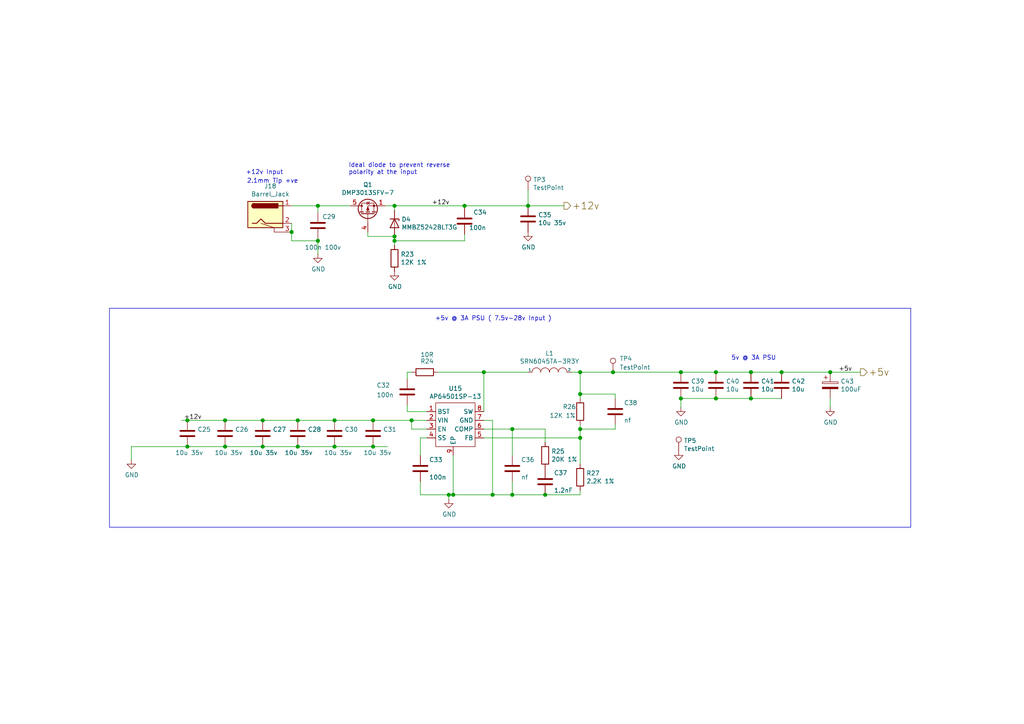
<source format=kicad_sch>
(kicad_sch (version 20230409) (generator eeschema)
  (paper "A4")
  (lib_symbols
    (symbol "CM4IO:AP64351"
      (property "Reference" "U" (at 0 8.89 0))
      (property "Value" "AP64351" (at 1.27 6.35 0))
      (symbol "AP64351_0_1"
        (rectangle (start -5.08 5.08) (end 6.35 -7.62))
      )
      (symbol "AP64351_1_1"
        (pin passive line (at -7.62 2.54 0) (length 2.54) (name "BST") (number "1"))
        (pin power_in line (at -7.62 0 0) (length 2.54) (name "VIN") (number "2"))
        (pin input line (at -7.62 -2.54 0) (length 2.54) (name "EN") (number "3"))
        (pin input line (at -7.62 -5.08 0) (length 2.54) (name "SS") (number "4"))
        (pin input line (at 8.89 -5.08 180) (length 2.54) (name "FB") (number "5"))
        (pin input line (at 8.89 -2.54 180) (length 2.54) (name "COMP") (number "6"))
        (pin power_in line (at 8.89 0 180) (length 2.54) (name "GND") (number "7"))
        (pin output line (at 8.89 2.54 180) (length 2.54) (name "SW") (number "8"))
        (pin passive line (at 0 -10.16 90) (length 2.54) (name "EP") (number "9"))
      )
    )
    (symbol "CM4IO:Barrel_Jack"
      (property "Reference" "J" (at 0 5.334 0))
      (property "Value" "Barrel_Jack" (at 0 -5.08 0))
      (symbol "Barrel_Jack_0_1"
        (rectangle (start -5.08 3.81) (end 5.08 -3.81) (stroke (width 0.254)) (fill (type background)))
        (arc (start -3.302 3.175) (mid -3.9343 2.54) (end -3.302 1.905) (stroke (width 0.254)))
        (arc (start -3.302 3.175) (mid -3.9343 2.54) (end -3.302 1.905) (stroke (width 0.254)) (fill (type outline)))
        (polyline (pts (xy 5.08 2.54) (xy 3.81 2.54)) (stroke (width 0.254)))
        (polyline (pts (xy 5.08 -5.08) (xy 2.54 -5.08) (xy 2.54 -3.81) (xy -1.27 -2.54)))
        (polyline (pts (xy -3.81 -2.54) (xy -2.54 -2.54) (xy -1.27 -1.27) (xy 0 -2.54) (xy 2.54 -2.54) (xy 5.08 -2.54)) (stroke (width 0.254)))
        (rectangle (start 3.683 3.175) (end -3.302 1.905) (stroke (width 0.254)) (fill (type outline)))
      )
      (symbol "Barrel_Jack_1_1"
        (pin passive line (at 7.62 2.54 180) (length 2.54) (name "~") (number "1"))
        (pin passive line (at 7.62 -2.54 180) (length 2.54) (name "~") (number "2"))
        (pin passive line (at 7.62 -5.08 180) (length 2.54) (name "~") (number "3"))
      )
    )
    (symbol "Connector:TestPoint" (pin_numbers hide) (pin_names (offset 0.762) hide)
      (property "Reference" "TP" (at 0 6.858 0))
      (property "Value" "TestPoint" (at 0 5.08 0))
      (symbol "TestPoint_0_1"
        (circle (center 0 3.302) (radius 0.762))
      )
      (symbol "TestPoint_1_1"
        (pin passive line (at 0 0 90) (length 2.54) (name "1") (number "1"))
      )
    )
    (symbol "Device:C" (pin_numbers hide) (pin_names (offset 0.254))
      (property "Reference" "C" (at 0.635 2.54 0))
      (property "Value" "C" (at 0.635 -2.54 0))
      (symbol "C_0_1"
        (polyline (pts (xy -2.032 -0.762) (xy 2.032 -0.762)) (stroke (width 0.508)))
        (polyline (pts (xy -2.032 0.762) (xy 2.032 0.762)) (stroke (width 0.508)))
      )
      (symbol "C_1_1"
        (pin passive line (at 0 3.81 270) (length 2.794) (name "~") (number "1"))
        (pin passive line (at 0 -3.81 90) (length 2.794) (name "~") (number "2"))
      )
    )
    (symbol "Device:CP" (pin_numbers hide) (pin_names (offset 0.254))
      (property "Reference" "C" (at 0.635 2.54 0))
      (property "Value" "CP" (at 0.635 -2.54 0))
      (symbol "CP_0_1"
        (rectangle (start -2.286 0.508) (end 2.286 1.016))
        (polyline (pts (xy -1.778 2.286) (xy -0.762 2.286)))
        (polyline (pts (xy -1.27 2.794) (xy -1.27 1.778)))
        (rectangle (start 2.286 -0.508) (end -2.286 -1.016) (fill (type outline)))
      )
      (symbol "CP_1_1"
        (pin passive line (at 0 3.81 270) (length 2.794) (name "~") (number "1"))
        (pin passive line (at 0 -3.81 90) (length 2.794) (name "~") (number "2"))
      )
    )
    (symbol "Device:R" (pin_numbers hide) (pin_names (offset 0))
      (property "Reference" "R" (at 2.032 0 90))
      (property "Value" "R" (at 0 0 90))
      (symbol "R_0_1"
        (rectangle (start -1.016 -2.54) (end 1.016 2.54) (stroke (width 0.254)))
      )
      (symbol "R_1_1"
        (pin passive line (at 0 3.81 270) (length 1.27) (name "~") (number "1"))
        (pin passive line (at 0 -3.81 90) (length 1.27) (name "~") (number "2"))
      )
    )
    (symbol "Diode:BZX84Cxx" (pin_numbers hide) (pin_names hide)
      (property "Reference" "D" (at 0 2.54 0))
      (property "Value" "BZX84Cxx" (at 0 -2.54 0))
      (symbol "BZX84Cxx_0_1"
        (polyline (pts (xy 1.27 0) (xy -1.27 0)))
        (polyline (pts (xy -1.27 -1.27) (xy -1.27 1.27) (xy -0.762 1.27)) (stroke (width 0.254)))
        (polyline (pts (xy 1.27 -1.27) (xy 1.27 1.27) (xy -1.27 0) (xy 1.27 -1.27)) (stroke (width 0.254)))
      )
      (symbol "BZX84Cxx_1_1"
        (pin passive line (at -3.81 0 0) (length 2.54) (name "K") (number "1"))
        (pin passive line (at 3.81 0 180) (length 2.54) (name "A") (number "2"))
      )
    )
    (symbol "Transistor_FET:DMP3013SFV" (pin_names hide)
      (property "Reference" "Q" (at 5.08 1.905 0))
      (property "Value" "DMP3013SFV" (at 5.08 0 0))
      (symbol "DMP3013SFV_0_1"
        (polyline (pts (xy 0.254 0) (xy -2.54 0)))
        (polyline (pts (xy 0.254 1.905) (xy 0.254 -1.905)) (stroke (width 0.254)))
        (polyline (pts (xy 0.762 -1.27) (xy 0.762 -2.286)) (stroke (width 0.254)))
        (polyline (pts (xy 0.762 0.508) (xy 0.762 -0.508)) (stroke (width 0.254)))
        (polyline (pts (xy 0.762 2.286) (xy 0.762 1.27)) (stroke (width 0.254)))
        (polyline (pts (xy 2.54 2.54) (xy 2.54 1.778)))
        (polyline (pts (xy 2.54 -2.54) (xy 2.54 0) (xy 0.762 0)))
        (polyline (pts (xy 0.762 1.778) (xy 3.302 1.778) (xy 3.302 -1.778) (xy 0.762 -1.778)))
        (polyline (pts (xy 2.286 0) (xy 1.27 0.381) (xy 1.27 -0.381) (xy 2.286 0)) (fill (type outline)))
        (polyline (pts (xy 2.794 -0.508) (xy 2.921 -0.381) (xy 3.683 -0.381) (xy 3.81 -0.254)))
        (polyline (pts (xy 3.302 -0.381) (xy 2.921 0.254) (xy 3.683 0.254) (xy 3.302 -0.381)))
        (circle (center 1.651 0) (radius 2.794) (stroke (width 0.254)))
        (circle (center 2.54 -1.778) (radius 0.254) (fill (type outline)))
        (circle (center 2.54 1.778) (radius 0.254) (fill (type outline)))
      )
      (symbol "DMP3013SFV_1_1"
        (pin passive line (at 2.54 -5.08 90) (length 2.54) (name "S") (number "1"))
        (pin passive line (at 2.54 -5.08 90) (length 2.54) hide (name "S") (number "2"))
        (pin passive line (at 2.54 -5.08 90) (length 2.54) hide (name "S") (number "3"))
        (pin passive line (at -5.08 0 0) (length 2.54) (name "G") (number "4"))
        (pin passive line (at 2.54 5.08 270) (length 2.54) (name "D") (number "5"))
      )
    )
    (symbol "power:GND" (power) (pin_names (offset 0))
      (property "Value" "GND" (at 0 -3.81 0))
      (symbol "GND_0_1"
        (polyline (pts (xy 0 0) (xy 0 -1.27) (xy 1.27 -1.27) (xy 0 -2.54) (xy -1.27 -1.27) (xy 0 -1.27)))
      )
      (symbol "GND_1_1"
        (pin power_in line (at 0 0 270) (length 0) hide (name "GND") (number "1"))
      )
    )
    (symbol "pspice:INDUCTOR" (pin_numbers hide) (pin_names (offset 0))
      (property "Reference" "L" (at 0 2.54 0))
      (property "Value" "INDUCTOR" (at 0 -1.27 0))
      (symbol "INDUCTOR_0_1"
        (arc (start -2.54 0) (mid -3.81 1.2645) (end -5.08 0))
        (arc (start 0 0) (mid -1.27 1.2645) (end -2.54 0))
        (arc (start 2.54 0) (mid 1.27 1.2645) (end 0 0))
        (arc (start 5.08 0) (mid 3.81 1.2645) (end 2.54 0))
      )
      (symbol "INDUCTOR_1_1"
        (pin input line (at -6.35 0 0) (length 1.27) (name "1") (number "1"))
        (pin input line (at 6.35 0 180) (length 1.27) (name "2") (number "2"))
      )
    )
  )
  (junction (at 114.427 68.58) (diameter 1.016))
  (junction (at 197.485 115.57) (diameter 1.016))
  (junction (at 86.36 121.92) (diameter 1.016))
  (junction (at 76.2 129.54) (diameter 1.016))
  (junction (at 140.335 107.95) (diameter 1.016))
  (junction (at 168.275 127) (diameter 1.016))
  (junction (at 92.202 59.69) (diameter 1.016))
  (junction (at 131.445 143.51) (diameter 1.016))
  (junction (at 54.356 121.92) (diameter 1.016))
  (junction (at 86.36 129.54) (diameter 1.016))
  (junction (at 148.59 143.51) (diameter 1.016))
  (junction (at 168.275 114.3) (diameter 1.016))
  (junction (at 114.427 69.85) (diameter 1.016))
  (junction (at 97.028 121.92) (diameter 1.016))
  (junction (at 92.202 69.85) (diameter 1.016))
  (junction (at 134.747 59.69) (diameter 1.016))
  (junction (at 108.204 129.54) (diameter 1.016))
  (junction (at 114.427 59.69) (diameter 1.016))
  (junction (at 168.275 124.46) (diameter 1.016))
  (junction (at 207.645 107.95) (diameter 1.016))
  (junction (at 142.875 143.51) (diameter 1.016))
  (junction (at 97.028 129.54) (diameter 1.016))
  (junction (at 158.115 143.51) (diameter 1.016))
  (junction (at 207.645 115.57) (diameter 1.016))
  (junction (at 65.278 129.54) (diameter 1.016))
  (junction (at 84.582 67.31) (diameter 1.016))
  (junction (at 226.695 107.95) (diameter 1.016))
  (junction (at 217.805 115.57) (diameter 1.016))
  (junction (at 108.204 121.92) (diameter 1.016))
  (junction (at 240.792 107.95) (diameter 1.016))
  (junction (at 197.485 107.95) (diameter 1.016))
  (junction (at 148.59 124.46) (diameter 1.016))
  (junction (at 65.278 121.92) (diameter 1.016))
  (junction (at 54.356 129.54) (diameter 1.016))
  (junction (at 76.2 121.92) (diameter 1.016))
  (junction (at 130.175 143.51) (diameter 1.016))
  (junction (at 153.162 59.69) (diameter 1.016))
  (junction (at 177.8 107.95) (diameter 1.016))
  (junction (at 168.275 107.95) (diameter 1.016))
  (junction (at 217.805 107.95) (diameter 1.016))
  (junction (at 119.38 121.92) (diameter 1.016))
  (wire (pts (xy 168.275 114.3) (xy 178.435 114.3)))
  (wire (pts (xy 121.92 127) (xy 121.92 132.08)))
  (polyline (pts (xy 264.16 152.908) (xy 31.75 152.908)) (stroke (width 0) (type solid)))
  (wire (pts (xy 65.278 121.92) (xy 76.2 121.92)))
  (wire (pts (xy 168.275 123.19) (xy 168.275 124.46)))
  (wire (pts (xy 76.2 129.54) (xy 86.36 129.54)))
  (wire (pts (xy 168.275 124.46) (xy 168.275 127)))
  (wire (pts (xy 240.792 115.57) (xy 240.792 118.11)))
  (wire (pts (xy 168.275 143.51) (xy 168.275 142.24)))
  (wire (pts (xy 168.275 107.95) (xy 168.275 114.3)))
  (wire (pts (xy 197.485 107.95) (xy 207.645 107.95)))
  (wire (pts (xy 158.115 128.27) (xy 158.115 124.46)))
  (wire (pts (xy 84.582 69.85) (xy 84.582 67.31)))
  (wire (pts (xy 140.335 121.92) (xy 142.875 121.92)))
  (wire (pts (xy 131.445 132.08) (xy 131.445 143.51)))
  (wire (pts (xy 134.747 59.69) (xy 134.747 60.325)))
  (wire (pts (xy 38.1 129.54) (xy 54.356 129.54)))
  (wire (pts (xy 168.275 127) (xy 168.275 134.62)))
  (wire (pts (xy 106.68 67.31) (xy 106.68 68.58)))
  (wire (pts (xy 207.645 107.95) (xy 217.805 107.95)))
  (wire (pts (xy 38.1 129.54) (xy 38.1 133.35)))
  (wire (pts (xy 127 107.95) (xy 140.335 107.95)))
  (wire (pts (xy 168.275 124.46) (xy 178.435 124.46)))
  (polyline (pts (xy 31.75 89.408) (xy 31.75 152.908)) (stroke (width 0) (type solid)))
  (wire (pts (xy 153.162 55.118) (xy 153.162 59.69)))
  (wire (pts (xy 114.427 69.85) (xy 134.747 69.85)))
  (wire (pts (xy 217.805 107.95) (xy 226.695 107.95)))
  (wire (pts (xy 86.36 129.54) (xy 97.028 129.54)))
  (wire (pts (xy 168.275 107.95) (xy 177.8 107.95)))
  (wire (pts (xy 92.202 69.85) (xy 92.202 73.66)))
  (wire (pts (xy 226.695 115.57) (xy 217.805 115.57)))
  (wire (pts (xy 121.92 143.51) (xy 130.175 143.51)))
  (wire (pts (xy 54.356 129.54) (xy 65.278 129.54)))
  (wire (pts (xy 92.202 59.69) (xy 92.202 61.595)))
  (wire (pts (xy 142.875 143.51) (xy 148.59 143.51)))
  (wire (pts (xy 86.36 121.92) (xy 97.028 121.92)))
  (wire (pts (xy 131.445 143.51) (xy 142.875 143.51)))
  (wire (pts (xy 123.825 127) (xy 121.92 127)))
  (wire (pts (xy 97.028 121.92) (xy 108.204 121.92)))
  (wire (pts (xy 52.705 121.92) (xy 54.356 121.92)))
  (wire (pts (xy 54.356 121.92) (xy 65.278 121.92)))
  (wire (pts (xy 84.582 59.69) (xy 92.202 59.69)))
  (wire (pts (xy 197.485 115.57) (xy 197.485 118.11)))
  (polyline (pts (xy 264.16 89.408) (xy 264.16 152.908)) (stroke (width 0) (type solid)))
  (wire (pts (xy 140.335 107.95) (xy 140.335 119.38)))
  (wire (pts (xy 108.204 129.54) (xy 112.395 129.54)))
  (wire (pts (xy 118.11 117.475) (xy 118.11 119.38)))
  (wire (pts (xy 118.11 119.38) (xy 123.825 119.38)))
  (wire (pts (xy 217.805 115.57) (xy 207.645 115.57)))
  (wire (pts (xy 168.275 114.3) (xy 168.275 115.57)))
  (wire (pts (xy 148.59 124.46) (xy 158.115 124.46)))
  (wire (pts (xy 148.59 143.51) (xy 158.115 143.51)))
  (wire (pts (xy 121.92 139.7) (xy 121.92 143.51)))
  (wire (pts (xy 142.875 121.92) (xy 142.875 143.51)))
  (wire (pts (xy 134.747 59.69) (xy 153.162 59.69)))
  (wire (pts (xy 178.435 114.3) (xy 178.435 115.57)))
  (wire (pts (xy 148.59 124.46) (xy 148.59 132.08)))
  (wire (pts (xy 108.204 121.92) (xy 119.38 121.92)))
  (wire (pts (xy 178.435 124.46) (xy 178.435 123.19)))
  (wire (pts (xy 106.68 68.58) (xy 114.427 68.58)))
  (wire (pts (xy 226.695 107.95) (xy 240.792 107.95)))
  (wire (pts (xy 84.582 67.31) (xy 84.582 64.77)))
  (wire (pts (xy 119.38 121.92) (xy 123.825 121.92)))
  (wire (pts (xy 114.427 68.58) (xy 114.427 69.85)))
  (wire (pts (xy 97.028 129.54) (xy 108.204 129.54)))
  (wire (pts (xy 114.427 69.85) (xy 114.427 71.12)))
  (wire (pts (xy 119.38 124.46) (xy 123.825 124.46)))
  (wire (pts (xy 158.115 143.51) (xy 168.275 143.51)))
  (wire (pts (xy 240.792 107.95) (xy 249.555 107.95)))
  (wire (pts (xy 177.8 107.95) (xy 197.485 107.95)))
  (wire (pts (xy 118.11 109.855) (xy 118.11 107.95)))
  (wire (pts (xy 84.582 69.85) (xy 92.202 69.85)))
  (wire (pts (xy 140.335 124.46) (xy 148.59 124.46)))
  (wire (pts (xy 130.175 144.78) (xy 130.175 143.51)))
  (wire (pts (xy 119.38 121.92) (xy 119.38 124.46)))
  (wire (pts (xy 76.2 121.92) (xy 86.36 121.92)))
  (wire (pts (xy 65.278 129.54) (xy 76.2 129.54)))
  (wire (pts (xy 118.11 107.95) (xy 119.38 107.95)))
  (polyline (pts (xy 31.75 89.408) (xy 264.16 89.408)) (stroke (width 0) (type solid)))
  (wire (pts (xy 140.335 127) (xy 168.275 127)))
  (wire (pts (xy 153.162 59.69) (xy 163.576 59.69)))
  (wire (pts (xy 140.335 107.95) (xy 153.035 107.95)))
  (wire (pts (xy 92.202 69.215) (xy 92.202 69.85)))
  (wire (pts (xy 130.175 143.51) (xy 131.445 143.51)))
  (wire (pts (xy 92.202 59.69) (xy 101.6 59.69)))
  (wire (pts (xy 114.427 59.69) (xy 134.747 59.69)))
  (wire (pts (xy 148.59 139.7) (xy 148.59 143.51)))
  (wire (pts (xy 134.747 69.85) (xy 134.747 67.945)))
  (wire (pts (xy 207.645 115.57) (xy 197.485 115.57)))
  (wire (pts (xy 114.427 59.69) (xy 114.427 60.96)))
  (wire (pts (xy 111.76 59.69) (xy 114.427 59.69)))
  (wire (pts (xy 165.735 107.95) (xy 168.275 107.95)))
  (text "2.1mm Tip +ve" (at 86.487 53.34 0) (effects (font (size 1.27 1.27)) (justify right bottom)))
  (text "5v @ 3A PSU\n" (at 212.09 104.648 0) (effects (font (size 1.27 1.27)) (justify left bottom)))
  (text "Ideal diode to prevent reverse\npolarity at the input" (at 101.092 50.8 0) (effects (font (size 1.27 1.27)) (justify left bottom)))
  (text "+5v @ 3A PSU ( 7.5v-28v Input )" (at 160.02 93.218 0) (effects (font (size 1.27 1.27)) (justify right bottom)))
  (text "+12v Input" (at 71.247 50.8 0) (effects (font (size 1.27 1.27)) (justify left bottom)))
  (label "+12v" (at 53.34 121.92 0))
  (label "+5v" (at 243.205 107.95 0))
  (label "+12v" (at 125.222 59.69 0))
  (hierarchical_label "+5v" (shape output) (at 249.555 107.95 0) (effects (font (size 2.0066 2.0066))))
  (hierarchical_label "+12v" (shape output) (at 163.576 59.69 0) (effects (font (size 2.0066 2.0066))))
  (symbol (lib_id "Transistor_FET:DMP3013SFV") (at 106.68 62.23 90) (unit 1)
    (property "Reference" "Q1" (at 106.68 53.5686 90))
    (property "Value" "DMP3013SFV-7" (at 106.68 55.88 90))
    (property "Footprint" "Package_SON:Diodes_PowerDI3333-8" (effects hide))
    (property "Datasheet" "https://www.diodes.com/assets/Datasheets/DMP3013SFV.pdf" (effects hide))
    (property "Field4" "Farnell" (effects hide))
    (property "Field5" "3405192" (effects hide))
    (property "Field6" "DMP3013SFV-7" (effects hide))
    (property "Field7" "Diodes" (effects hide))
    (property "Part Description" "DMP3013SFV-7 -  Power MOSFET, P Channel, 30 V, 12 A, 0.008 ohm, PowerDI3333, Surface Mount" (effects hide))
  )
  (symbol (lib_id "Device:R") (at 168.275 138.43 0) (unit 1)
    (property "Reference" "R27" (at 170.053 137.2616 0) (effects (justify left)))
    (property "Value" "2.2K 1%" (at 170.053 139.573 0) (effects (justify left)))
    (property "Footprint" "Resistor_SMD:R_0402_1005Metric" (effects hide))
    (property "Datasheet" "https://fscdn.rohm.com/en/products/databook/datasheet/passive/resistor/chip_resistor/mcr-e.pdf" (effects hide))
    (property "Field4" "Farnell" (effects hide))
    (property "Field5" "9239278" (effects hide))
    (property "Field6" "RK73G1ETQTP2201D         " (effects hide))
    (property "Field7" "KOA EUROPE GMBH" (effects hide))
    (property "Part Description" "Resistor 2.2K M1005 1% 63mW" (effects hide))
    (property "Field8" "120889581" (effects hide))
    (instances (project "carrier" (path "" (reference "R27") (unit 1))) (project "CM4IOv5" (path "" (reference "R28") (unit 1))))
  )
  (symbol (lib_id "Device:C") (at 92.202 65.405 0) (unit 1)
    (property "Reference" "C29" (at 93.472 62.865 0) (effects (justify left)))
    (property "Value" "100n 100v" (at 88.392 71.755 0) (effects (justify left)))
    (property "Footprint" "Capacitor_SMD:C_0402_1005Metric" (effects hide))
    (property "Datasheet" "https://psearch.en.murata.com/capacitor/product/GRM155R62A104KE14%23.pdf" (effects hide))
    (property "Field4" "Farnell" (effects hide))
    (property "Field5" "2611907" (effects hide))
    (property "Field6" "GRM155R62A104KE14D" (effects hide))
    (property "Field7" "Murata" (effects hide))
    (property "Part Description" "	0.1uF 10% 100V Ceramic Capacitor X5R 0402 (1005 Metric)" (effects hide))
    (instances (project "carrier" (path "" (reference "C29") (unit 1))) (project "CM4IOv5" (path "" (reference "C36") (unit 1))))
  )
  (symbol (lib_id "CM4IO:Barrel_Jack") (at 76.962 62.23 0) (unit 1)
    (property "Reference" "J18" (at 78.4098 53.975 0))
    (property "Value" "Barrel_Jack" (at 78.4098 56.2864 0))
    (property "Footprint" "CM4IO:BarrelJack_Horizontal" (effects hide))
    (property "Datasheet" "https://www.toby.co.uk/uploads/publications/842.pdf" (effects hide))
    (property "Field4" "Toby" (effects hide))
    (property "Field5" "DC-001-A-2.1mm-R" (effects hide))
    (property "Part Description" "DC Power Connectors PCB 2.1MM" (effects hide))
    (property "Field6" "DC-001-A-2.1mm-R" (effects hide))
    (property "Field7" "Valcon" (effects hide))
    (instances (project "carrier" (path "" (reference "J18") (unit 1))) (project "CM4IOv5" (path "" (reference "J19") (unit 1))))
  )
  (symbol (lib_id "Connector:TestPoint") (at 153.162 55.118 0) (unit 1)
    (property "Reference" "TP3" (at 154.6352 52.1208 0) (effects (justify left)))
    (property "Value" "TestPoint" (at 154.6352 54.4322 0) (effects (justify left)))
    (property "Footprint" "TestPoint:TestPoint_Pad_2.0x2.0mm" (effects hide))
    (property "Field4" "nf" (effects hide))
    (property "Field5" "nf" (effects hide))
    (property "Field6" "nf" (effects hide))
    (property "Field7" "nf" (effects hide))
    (instances (project "carrier" (path "" (reference "TP3") (unit 1))) (project "CM4IOv5" (path "" (reference "TP2") (unit 1))))
  )
  (symbol (lib_id "Device:C") (at 97.028 125.73 0) (unit 1)
    (property "Reference" "C30" (at 99.949 124.5616 0) (effects (justify left)))
    (property "Value" "10u 35v" (at 93.98 131.318 0) (effects (justify left)))
    (property "Footprint" "Capacitor_SMD:C_0805_2012Metric" (effects hide))
    (property "Datasheet" "https://www.murata.com/en-global/products/productdetail.aspx?partno=GRM21BC8YA106ME11%23" (effects hide))
    (property "Field5" "490-10505-1-ND" (effects hide))
    (property "Field4" "Digikey" (effects hide))
    (property "Field6" "GRM21BC8YA106KE11L " (effects hide))
    (property "Field7" "Murata" (effects hide))
    (property "Part Description" "	10uF 10% or 20% 35V Ceramic Capacitor X6S 0805 (2012 Metric)" (effects hide))
    (instances (project "carrier" (path "" (reference "C30") (unit 1))) (project "CM4IOv5" (path "" (reference "C39") (unit 1))))
  )
  (symbol (lib_id "power:GND") (at 196.85 130.81 0) (unit 1)
    (property "Reference" "#PWR065" (effects hide))
    (property "Value" "GND" (at 196.977 135.2042 0))
    (instances (project "carrier" (path "" (reference "#PWR065") (unit 1))) (project "CM4IOv5" (path "" (reference "#PWR0122") (unit 1))))
  )
  (symbol (lib_id "Device:C") (at 54.356 125.73 0) (unit 1)
    (property "Reference" "C25" (at 57.277 124.5616 0) (effects (justify left)))
    (property "Value" "10u 35v" (at 50.8 131.318 0) (effects (justify left)))
    (property "Footprint" "Capacitor_SMD:C_0805_2012Metric" (effects hide))
    (property "Datasheet" "https://www.murata.com/en-global/products/productdetail.aspx?partno=GRM21BC8YA106ME11%23" (effects hide))
    (property "Field5" "490-10505-1-ND" (effects hide))
    (property "Field4" "Digikey" (effects hide))
    (property "Field6" "GRM21BC8YA106KE11L " (effects hide))
    (property "Field7" "Murata" (effects hide))
    (property "Part Description" "	10uF 10% or 20% 35V Ceramic Capacitor X6S 0805 (2012 Metric)" (effects hide))
    (instances (project "carrier" (path "" (reference "C25") (unit 1))) (project "CM4IOv5" (path "" (reference "C34") (unit 1))))
  )
  (symbol (lib_id "pspice:INDUCTOR") (at 159.385 107.95 0) (unit 1)
    (property "Reference" "L1" (at 159.385 102.489 0))
    (property "Value" "SRN6045TA-3R3Y" (at 159.385 104.8004 0))
    (property "Footprint" "Inductor_SMD:L_Bourns_SRN6045TA" (effects hide))
    (property "Datasheet" "https://www.bourns.com/docs/Product-Datasheets/SRN6045TA.pdf" (effects hide))
    (property "Field4" "Farnell" (effects hide))
    (property "Field5" "2616889" (effects hide))
    (property "Field6" "SRN6045TA-3R3Y" (effects hide))
    (property "Field7" "Bourns" (effects hide))
    (property "Part Description" "3.3µH Semi-Shielded Wirewound Inductor 7.8A 21mOhm Nonstandard" (effects hide))
    (instances (project "carrier" (path "" (reference "L1") (unit 1))) (project "CM4IOv5" (path "" (reference "L5") (unit 1))))
  )
  (symbol (lib_id "power:GND") (at 197.485 118.11 0) (unit 1)
    (property "Reference" "#PWR066" (effects hide))
    (property "Value" "GND" (at 197.612 122.5042 0))
    (instances (project "carrier" (path "" (reference "#PWR066") (unit 1))) (project "CM4IOv5" (path "" (reference "#PWR0118") (unit 1))))
  )
  (symbol (lib_id "Device:C") (at 197.485 111.76 0) (unit 1)
    (property "Reference" "C39" (at 200.406 110.5916 0) (effects (justify left)))
    (property "Value" "10u" (at 200.406 112.903 0) (effects (justify left)))
    (property "Footprint" "Capacitor_SMD:C_0805_2012Metric" (effects hide))
    (property "Datasheet" "https://search.murata.co.jp/Ceramy/image/img/A01X/G101/ENG/GRM21BR71A106KA73-01.pdf" (effects hide))
    (property "Field5" "490-14381-1-ND" (effects hide))
    (property "Field4" "Digikey" (effects hide))
    (property "Field6" "GRM21BR71A106KA73L" (effects hide))
    (property "Field7" "Murata" (effects hide))
    (property "Part Description" "	10uF 10% 10V Ceramic Capacitor X7R 0805 (2012 Metric)" (effects hide))
    (property "Field8" "111893011" (effects hide))
    (instances (project "carrier" (path "" (reference "C39") (unit 1))) (project "CM4IOv5" (path "" (reference "C47") (unit 1))))
  )
  (symbol (lib_id "Device:R") (at 114.427 74.93 0) (unit 1)
    (property "Reference" "R23" (at 116.205 73.7616 0) (effects (justify left)))
    (property "Value" "12K 1%" (at 116.205 76.073 0) (effects (justify left)))
    (property "Footprint" "Resistor_SMD:R_0402_1005Metric" (effects hide))
    (property "Datasheet" "https://fscdn.rohm.com/en/products/databook/datasheet/passive/resistor/chip_resistor/mcr-e.pdf" (effects hide))
    (property "Field4" "Farnell" (effects hide))
    (property "Field5" "9239367" (effects hide))
    (property "Field7" "Rohm" (effects hide))
    (property "Field6" "MCR01MZPF1202" (effects hide))
    (property "Part Description" "Resistor 12K M1005 1% 63mW" (effects hide))
    (instances (project "carrier" (path "" (reference "R23") (unit 1))) (project "CM4IOv5" (path "" (reference "R26") (unit 1))))
  )
  (symbol (lib_id "power:GND") (at 130.175 144.78 0) (unit 1)
    (property "Reference" "#PWR062" (effects hide))
    (property "Value" "GND" (at 130.302 149.1742 0))
    (instances (project "carrier" (path "" (reference "#PWR062") (unit 1))) (project "CM4IOv5" (path "" (reference "#PWR0119") (unit 1))))
  )
  (symbol (lib_id "power:GND") (at 153.162 67.31 0) (unit 1)
    (property "Reference" "#PWR063" (effects hide))
    (property "Value" "GND" (at 153.289 71.7042 0))
    (instances (project "carrier" (path "" (reference "#PWR063") (unit 1))) (project "CM4IOv5" (path "" (reference "#PWR043") (unit 1))))
  )
  (symbol (lib_id "Device:C") (at 121.92 135.89 0) (unit 1)
    (property "Reference" "C33" (at 124.46 133.35 0) (effects (justify left)))
    (property "Value" "100n" (at 124.46 138.43 0) (effects (justify left)))
    (property "Footprint" "Capacitor_SMD:C_0402_1005Metric" (effects hide))
    (property "Datasheet" "https://search.murata.co.jp/Ceramy/image/img/A01X/G101/ENG/GRM155R71C104KA88-01.pdf" (effects hide))
    (property "Field4" "Farnell" (effects hide))
    (property "Field5" "2611911" (effects hide))
    (property "Field6" "RM EMK105 B7104KV-F" (effects hide))
    (property "Field7" "TAIYO YUDEN EUROPE GMBH" (effects hide))
    (property "Part Description" "	0.1uF 10% 16V Ceramic Capacitor X7R 0402 (1005 Metric)" (effects hide))
    (property "Field8" "110091611" (effects hide))
    (instances (project "carrier" (path "" (reference "C33") (unit 1))) (project "CM4IOv5" (path "" (reference "C58") (unit 1))))
  )
  (symbol (lib_id "Device:C") (at 153.162 63.5 0) (unit 1)
    (property "Reference" "C35" (at 156.083 62.3316 0) (effects (justify left)))
    (property "Value" "10u 35v" (at 156.083 64.643 0) (effects (justify left)))
    (property "Footprint" "Capacitor_SMD:C_0805_2012Metric" (effects hide))
    (property "Datasheet" "https://www.murata.com/en-global/products/productdetail.aspx?partno=GRM21BC8YA106ME11%23" (effects hide))
    (property "Field5" "490-10505-1-ND" (effects hide))
    (property "Field4" "Digikey" (effects hide))
    (property "Field6" "GRM21BC8YA106KE11L " (effects hide))
    (property "Field7" "Murata" (effects hide))
    (property "Part Description" "	10uF 10% or 20% 35V Ceramic Capacitor X6S 0805 (2012 Metric)" (effects hide))
    (instances (project "carrier" (path "" (reference "C35") (unit 1))) (project "CM4IOv5" (path "" (reference "C42") (unit 1))))
  )
  (symbol (lib_id "Diode:BZX84Cxx") (at 114.427 64.77 270) (unit 1)
    (property "Reference" "D4" (at 116.459 63.627 90) (effects (justify left)))
    (property "Value" "MMBZ5242BLT3G" (at 116.459 65.913 90) (effects (justify left)))
    (property "Footprint" "Diode_SMD:D_SOT-23_ANK" (effects hide))
    (property "Datasheet" "https://diotec.com/tl_files/diotec/files/pdf/datasheets/bzx84c2v4.pdf" (effects hide))
    (property "Field4" "Digikey" (effects hide))
    (property "Field5" "	MMBZ5242BLT3GOSCT-ND" (effects hide))
    (property "Field6" "MMBZ5242BLT3G" (effects hide))
    (property "Field7" "Onsemi" (effects hide))
    (property "Part Description" "	Zener Diode 12V 225mW 5% Surface Mount SOT-23-3 (TO-236)" (effects hide))
  )
  (symbol (lib_id "Device:C") (at 118.11 113.665 0) (unit 1)
    (property "Reference" "C32" (at 109.22 111.76 0) (effects (justify left)))
    (property "Value" "100n" (at 109.22 114.554 0) (effects (justify left)))
    (property "Footprint" "Capacitor_SMD:C_0402_1005Metric" (effects hide))
    (property "Datasheet" "https://search.murata.co.jp/Ceramy/image/img/A01X/G101/ENG/GRM155R71C104KA88-01.pdf" (effects hide))
    (property "Field4" "Farnell" (effects hide))
    (property "Field5" "2611911" (effects hide))
    (property "Field6" "RM EMK105 B7104KV-F" (effects hide))
    (property "Field7" "TAIYO YUDEN EUROPE GMBH" (effects hide))
    (property "Part Description" "	0.1uF 10% 16V Ceramic Capacitor X7R 0402 (1005 Metric)" (effects hide))
    (property "Field8" "110091611" (effects hide))
    (instances (project "carrier" (path "" (reference "C32") (unit 1))) (project "CM4IOv5" (path "" (reference "C57") (unit 1))))
  )
  (symbol (lib_id "Device:CP") (at 240.792 111.76 0) (unit 1)
    (property "Reference" "C43" (at 243.7892 110.617 0) (effects (justify left)))
    (property "Value" "100uF" (at 243.7892 112.903 0) (effects (justify left)))
    (property "Footprint" "Capacitor_Tantalum_SMD:CP_EIA-7343-31_Kemet-D" (effects hide))
    (property "Field4" "Mouser" (effects hide))
    (property "Field5" "667-EEF-CX0J101R" (effects hide))
    (property "Part Description" "Capacitor, SP-Cap, 100u, 6.3V, 15mR ESR" (effects hide))
    (instances (project "carrier" (path "" (reference "C43") (unit 1))) (project "CM4IOv5" (path "" (reference "C18") (unit 1))))
  )
  (symbol (lib_id "CM4IO:AP64351") (at 131.445 121.92 0) (unit 1)
    (property "Reference" "U15" (at 132.08 112.6744 0))
    (property "Value" "AP64501SP-13" (at 132.08 114.9858 0))
    (property "Footprint" "Package_SO:SOIC-8-1EP_3.9x4.9mm_P1.27mm_EP2.95x4.9mm_Mask2.71x3.4mm_ThermalVias" (effects hide))
    (property "Datasheet" "https://www.diodes.com/assets/Datasheets/AP64501.pdf" (effects hide))
    (property "Field4" "Digikey" (effects hide))
    (property "Field5" "31-AP64501SP-13CT-ND" (effects hide))
    (property "Field6" "AP64501SP-13" (effects hide))
    (property "Field7" "Diodes" (effects hide))
    (property "Part Description" "Buck Switching Regulator IC Positive Adjustable 0.8V 1 Output 5A 8-SOIC (0.154\", 3.90mm Width) Exposed Pad" (effects hide))
    (instances (project "carrier" (path "" (reference "U15") (unit 1))) (project "CM4IOv5" (path "" (reference "U16") (unit 1))))
  )
  (symbol (lib_id "Device:C") (at 158.115 139.7 0) (unit 1)
    (property "Reference" "C37" (at 160.655 137.16 0) (effects (justify left)))
    (property "Value" "1.2nF" (at 160.655 142.24 0) (effects (justify left)))
    (property "Footprint" "Capacitor_SMD:C_0402_1005Metric" (effects hide))
    (property "Datasheet" "http://www.farnell.com/datasheets/2734135.pdf?_ga=2.259347658.1738794919.1588350964-1787849031.1568210898&_gac=1.15394434.1588350964.EAIaIQobChMIgrHHs4yT6QIVxevtCh39TA_nEAAYASAAEgK8PfD_BwE" (effects hide))
    (property "Field4" "Digikey" (effects hide))
    (property "Field5" "490-16429-1-ND" (effects hide))
    (property "Field6" "GCM155R71H122KA37D" (effects hide))
    (property "Field7" "Murata" (effects hide))
    (property "Part Description" "1200pF 10% 10V Ceramic Capacitor X5R 0402 (1005 Metric)" (effects hide))
    (instances (project "carrier" (path "" (reference "C37") (unit 1))) (project "CM4IOv5" (path "" (reference "C60") (unit 1))))
  )
  (symbol (lib_id "Device:C") (at 226.695 111.76 0) (unit 1)
    (property "Reference" "C42" (at 229.616 110.5916 0) (effects (justify left)))
    (property "Value" "10u" (at 229.616 112.903 0) (effects (justify left)))
    (property "Footprint" "Capacitor_SMD:C_0805_2012Metric" (effects hide))
    (property "Datasheet" "https://search.murata.co.jp/Ceramy/image/img/A01X/G101/ENG/GRM21BR71A106KA73-01.pdf" (effects hide))
    (property "Field5" "490-14381-1-ND" (effects hide))
    (property "Field4" "Digikey" (effects hide))
    (property "Field6" "GRM21BR71A106KA73L" (effects hide))
    (property "Field7" "Murata" (effects hide))
    (property "Part Description" "	10uF 10% 10V Ceramic Capacitor X7R 0805 (2012 Metric)" (effects hide))
    (property "Field8" "111893011" (effects hide))
    (instances (project "carrier" (path "" (reference "C42") (unit 1))) (project "CM4IOv5" (path "" (reference "C52") (unit 1))))
  )
  (symbol (lib_id "Device:C") (at 76.2 125.73 0) (unit 1)
    (property "Reference" "C27" (at 79.121 124.5616 0) (effects (justify left)))
    (property "Value" "10u 35v" (at 72.39 131.318 0) (effects (justify left)))
    (property "Footprint" "Capacitor_SMD:C_0805_2012Metric" (effects hide))
    (property "Datasheet" "https://www.murata.com/en-global/products/productdetail.aspx?partno=GRM21BC8YA106ME11%23" (effects hide))
    (property "Field5" "490-10505-1-ND" (effects hide))
    (property "Field4" "Digikey" (effects hide))
    (property "Field6" "GRM21BC8YA106KE11L " (effects hide))
    (property "Field7" "Murata" (effects hide))
    (property "Part Description" "	10uF 10% or 20% 35V Ceramic Capacitor X6S 0805 (2012 Metric)" (effects hide))
    (instances (project "carrier" (path "" (reference "C27") (unit 1))) (project "CM4IOv5" (path "" (reference "C37") (unit 1))))
  )
  (symbol (lib_id "Device:C") (at 134.747 64.135 0) (unit 1)
    (property "Reference" "C34" (at 137.287 61.595 0) (effects (justify left)))
    (property "Value" "100n" (at 136.017 66.04 0) (effects (justify left)))
    (property "Footprint" "Capacitor_SMD:C_0402_1005Metric" (effects hide))
    (property "Datasheet" "https://search.murata.co.jp/Ceramy/image/img/A01X/G101/ENG/GRM155R71C104KA88-01.pdf" (effects hide))
    (property "Field4" "Farnell" (effects hide))
    (property "Field5" "2611911" (effects hide))
    (property "Field6" "RM EMK105 B7104KV-F" (effects hide))
    (property "Field7" "TAIYO YUDEN EUROPE GMBH" (effects hide))
    (property "Part Description" "	0.1uF 10% 16V Ceramic Capacitor X7R 0402 (1005 Metric)" (effects hide))
    (property "Field8" "110091611" (effects hide))
    (instances (project "carrier" (path "" (reference "C34") (unit 1))) (project "CM4IOv5" (path "" (reference "C40") (unit 1))))
  )
  (symbol (lib_id "Connector:TestPoint") (at 177.8 107.95 0) (unit 1)
    (property "Reference" "TP4" (at 179.705 104.013 0) (effects (justify left)))
    (property "Value" "TestPoint" (at 179.705 106.553 0) (effects (justify left)))
    (property "Footprint" "TestPoint:TestPoint_Pad_2.0x2.0mm" (effects hide))
    (property "Field4" "nf" (effects hide))
    (property "Field5" "nf" (effects hide))
    (property "Field6" "nf" (effects hide))
    (property "Field7" "nf" (effects hide))
  )
  (symbol (lib_id "Device:C") (at 86.36 125.73 0) (unit 1)
    (property "Reference" "C28" (at 89.281 124.5616 0) (effects (justify left)))
    (property "Value" "10u 35v" (at 82.55 131.318 0) (effects (justify left)))
    (property "Footprint" "Capacitor_SMD:C_0805_2012Metric" (effects hide))
    (property "Datasheet" "https://www.murata.com/en-global/products/productdetail.aspx?partno=GRM21BC8YA106ME11%23" (effects hide))
    (property "Field5" "490-10505-1-ND" (effects hide))
    (property "Field4" "Digikey" (effects hide))
    (property "Field6" "GRM21BC8YA106KE11L " (effects hide))
    (property "Field7" "Murata" (effects hide))
    (property "Part Description" "	10uF 10% or 20% 35V Ceramic Capacitor X6S 0805 (2012 Metric)" (effects hide))
    (instances (project "carrier" (path "" (reference "C28") (unit 1))) (project "CM4IOv5" (path "" (reference "C38") (unit 1))))
  )
  (symbol (lib_id "Device:C") (at 108.204 125.73 0) (unit 1)
    (property "Reference" "C31" (at 111.125 124.5616 0) (effects (justify left)))
    (property "Value" "10u 35v" (at 105.41 131.318 0) (effects (justify left)))
    (property "Footprint" "Capacitor_SMD:C_0805_2012Metric" (effects hide))
    (property "Datasheet" "https://www.murata.com/en-global/products/productdetail.aspx?partno=GRM21BC8YA106ME11%23" (effects hide))
    (property "Field5" "490-10505-1-ND" (effects hide))
    (property "Field4" "Digikey" (effects hide))
    (property "Field6" "GRM21BC8YA106KE11L " (effects hide))
    (property "Field7" "Murata" (effects hide))
    (property "Part Description" "	10uF 10% or 20% 35V Ceramic Capacitor X6S 0805 (2012 Metric)" (effects hide))
    (instances (project "carrier" (path "" (reference "C31") (unit 1))) (project "CM4IOv5" (path "" (reference "C41") (unit 1))))
  )
  (symbol (lib_id "Device:C") (at 207.645 111.76 0) (unit 1)
    (property "Reference" "C40" (at 210.566 110.5916 0) (effects (justify left)))
    (property "Value" "10u" (at 210.566 112.903 0) (effects (justify left)))
    (property "Footprint" "Capacitor_SMD:C_0805_2012Metric" (effects hide))
    (property "Datasheet" "https://search.murata.co.jp/Ceramy/image/img/A01X/G101/ENG/GRM21BR71A106KA73-01.pdf" (effects hide))
    (property "Field5" "490-14381-1-ND" (effects hide))
    (property "Field4" "Digikey" (effects hide))
    (property "Field6" "GRM21BR71A106KA73L" (effects hide))
    (property "Field7" "Murata" (effects hide))
    (property "Part Description" "	10uF 10% 10V Ceramic Capacitor X7R 0805 (2012 Metric)" (effects hide))
    (property "Field8" "111893011" (effects hide))
    (instances (project "carrier" (path "" (reference "C40") (unit 1))) (project "CM4IOv5" (path "" (reference "C49") (unit 1))))
  )
  (symbol (lib_id "Device:C") (at 65.278 125.73 0) (unit 1)
    (property "Reference" "C26" (at 68.199 124.5616 0) (effects (justify left)))
    (property "Value" "10u 35v" (at 62.23 131.318 0) (effects (justify left)))
    (property "Footprint" "Capacitor_SMD:C_0805_2012Metric" (effects hide))
    (property "Datasheet" "https://www.murata.com/en-global/products/productdetail.aspx?partno=GRM21BC8YA106ME11%23" (effects hide))
    (property "Field5" "490-10505-1-ND" (effects hide))
    (property "Field4" "Digikey" (effects hide))
    (property "Field6" "GRM21BC8YA106KE11L " (effects hide))
    (property "Field7" "Murata" (effects hide))
    (property "Part Description" "	10uF 10% or 20% 35V Ceramic Capacitor X6S 0805 (2012 Metric)" (effects hide))
    (instances (project "carrier" (path "" (reference "C26") (unit 1))) (project "CM4IOv5" (path "" (reference "C35") (unit 1))))
  )
  (symbol (lib_id "power:GND") (at 92.202 73.66 0) (unit 1)
    (property "Reference" "#PWR060" (effects hide))
    (property "Value" "GND" (at 92.329 78.0542 0))
    (instances (project "carrier" (path "" (reference "#PWR060") (unit 1))) (project "CM4IOv5" (path "" (reference "#PWR041") (unit 1))))
  )
  (symbol (lib_id "power:GND") (at 38.1 133.35 0) (unit 1)
    (property "Reference" "#PWR059" (effects hide))
    (property "Value" "GND" (at 38.227 137.7442 0))
    (instances (project "carrier" (path "" (reference "#PWR059") (unit 1))) (project "CM4IOv5" (path "" (reference "#PWR0120") (unit 1))))
  )
  (symbol (lib_id "Device:C") (at 217.805 111.76 0) (unit 1)
    (property "Reference" "C41" (at 220.726 110.5916 0) (effects (justify left)))
    (property "Value" "10u" (at 220.726 112.903 0) (effects (justify left)))
    (property "Footprint" "Capacitor_SMD:C_0805_2012Metric" (effects hide))
    (property "Datasheet" "https://search.murata.co.jp/Ceramy/image/img/A01X/G101/ENG/GRM21BR71A106KA73-01.pdf" (effects hide))
    (property "Field5" "490-14381-1-ND" (effects hide))
    (property "Field4" "Digikey" (effects hide))
    (property "Field6" "GRM21BR71A106KA73L" (effects hide))
    (property "Field7" "Murata" (effects hide))
    (property "Part Description" "	10uF 10% 10V Ceramic Capacitor X7R 0805 (2012 Metric)" (effects hide))
    (property "Field8" "111893011" (effects hide))
    (instances (project "carrier" (path "" (reference "C41") (unit 1))) (project "CM4IOv5" (path "" (reference "C51") (unit 1))))
  )
  (symbol (lib_id "Device:R") (at 168.275 119.38 0) (unit 1)
    (property "Reference" "R26" (at 163.195 117.983 0) (effects (justify left)))
    (property "Value" "12K 1%" (at 159.385 120.523 0) (effects (justify left)))
    (property "Footprint" "Resistor_SMD:R_0402_1005Metric" (effects hide))
    (property "Datasheet" "https://fscdn.rohm.com/en/products/databook/datasheet/passive/resistor/chip_resistor/mcr-e.pdf" (effects hide))
    (property "Field4" "Farnell" (effects hide))
    (property "Field5" "9239367" (effects hide))
    (property "Field7" "Rohm" (effects hide))
    (property "Field6" "MCR01MZPF1202" (effects hide))
    (property "Part Description" "Resistor 12K M1005 1% 63mW" (effects hide))
    (instances (project "carrier" (path "" (reference "R26") (unit 1))) (project "CM4IOv5" (path "" (reference "R27") (unit 1))))
  )
  (symbol (lib_id "Device:R") (at 158.115 132.08 0) (unit 1)
    (property "Reference" "R25" (at 159.893 130.9116 0) (effects (justify left)))
    (property "Value" "20K 1%" (at 159.893 133.223 0) (effects (justify left)))
    (property "Footprint" "Resistor_SMD:R_0402_1005Metric" (effects hide))
    (property "Datasheet" "https://fscdn.rohm.com/en/products/databook/datasheet/passive/resistor/chip_resistor/mcr-e.pdf" (effects hide))
    (property "Field4" "Farnell" (effects hide))
    (property "Field5" "2331485" (effects hide))
    (property "Field7" "KOA EUROPE GMBH" (effects hide))
    (property "Field6" "RK73H1ETTP2002F" (effects hide))
    (property "Part Description" "Resistor 20K M1005 1% 63mW" (effects hide))
  )
  (symbol (lib_id "Device:C") (at 178.435 119.38 0) (unit 1)
    (property "Reference" "C38" (at 180.975 116.84 0) (effects (justify left)))
    (property "Value" "nf" (at 180.975 121.92 0) (effects (justify left)))
    (property "Footprint" "Capacitor_SMD:C_0402_1005Metric" (effects hide))
    (property "Datasheet" "http://www.farnell.com/datasheets/2048267.pdf?_ga=2.222777691.1738794919.1588350964-1787849031.1568210898&_gac=1.250356018.1588350964.EAIaIQobChMIgrHHs4yT6QIVxevtCh39TA_nEAAYASAAEgK8PfD_BwE" (effects hide))
    (property "Field4" "Farnell" (effects hide))
    (property "Field5" "2666374" (effects hide))
    (property "Field6" "GRM1555C1H221JA01D" (effects hide))
    (property "Field7" "Murata" (effects hide))
    (property "Part Description" "220 pF, 50 V, 0402 [1005 Metric], ± 5%, C0G / NP0/CH, GCM Series" (effects hide))
    (instances (project "carrier" (path "" (reference "C38") (unit 1))) (project "CM4IOv5" (path "" (reference "C61") (unit 1))))
  )
  (symbol (lib_id "Device:R") (at 123.19 107.95 270) (unit 1)
    (property "Reference" "R24" (at 121.92 104.775 90) (effects (justify left)))
    (property "Value" "10R" (at 121.92 102.87 90) (effects (justify left)))
    (property "Footprint" "Resistor_SMD:R_0402_1005Metric" (effects hide))
    (property "Datasheet" "https://fscdn.rohm.com/en/products/databook/datasheet/passive/resistor/chip_resistor/mcr-e.pdf" (effects hide))
    (property "Field4" "Farnell" (effects hide))
    (property "Field5" "9238999" (effects hide))
    (property "Field7" "Yageo" (effects hide))
    (property "Field6" "RC0402FR-0710RL" (effects hide))
    (property "Field8" "URES00256" (effects hide))
    (property "Part Description" "Resistor 10R M1005 1% 63mW" (effects hide))
    (instances (project "carrier" (path "" (reference "R24") (unit 1))) (project "CM4IOv5" (path "" (reference "R9") (unit 1))))
  )
  (symbol (lib_id "power:GND") (at 114.427 78.74 0) (unit 1)
    (property "Reference" "#PWR061" (effects hide))
    (property "Value" "GND" (at 114.554 83.1342 0))
    (instances (project "carrier" (path "" (reference "#PWR061") (unit 1))) (project "CM4IOv5" (path "" (reference "#PWR042") (unit 1))))
  )
  (symbol (lib_id "Connector:TestPoint") (at 196.85 130.81 0) (unit 1)
    (property "Reference" "TP5" (at 198.3232 127.8128 0) (effects (justify left)))
    (property "Value" "TestPoint" (at 198.3232 130.1242 0) (effects (justify left)))
    (property "Footprint" "TestPoint:TestPoint_Pad_2.0x2.0mm" (effects hide))
    (property "Field4" "nf" (effects hide))
    (property "Field5" "nf" (effects hide))
    (property "Field6" "nf" (effects hide))
    (property "Field7" "nf" (effects hide))
    (instances (project "carrier" (path "" (reference "TP5") (unit 1))) (project "CM4IOv5" (path "" (reference "TP6") (unit 1))))
  )
  (symbol (lib_id "power:GND") (at 240.792 118.11 0) (unit 1)
    (property "Reference" "#PWR067" (effects hide))
    (property "Value" "GND" (at 240.919 122.5042 0))
    (instances (project "carrier" (path "" (reference "#PWR067") (unit 1))) (project "CM4IOv5" (path "" (reference "#PWR02") (unit 1))))
  )
  (symbol (lib_id "Device:C") (at 148.59 135.89 0) (unit 1)
    (property "Reference" "C36" (at 151.13 133.35 0) (effects (justify left)))
    (property "Value" "nf" (at 151.13 138.43 0) (effects (justify left)))
    (property "Footprint" "Capacitor_SMD:C_0402_1005Metric" (effects hide))
    (instances (project "carrier" (path "" (reference "C36") (unit 1))) (project "CM4IOv5" (path "" (reference "C59") (unit 1))))
  )
)
</source>
